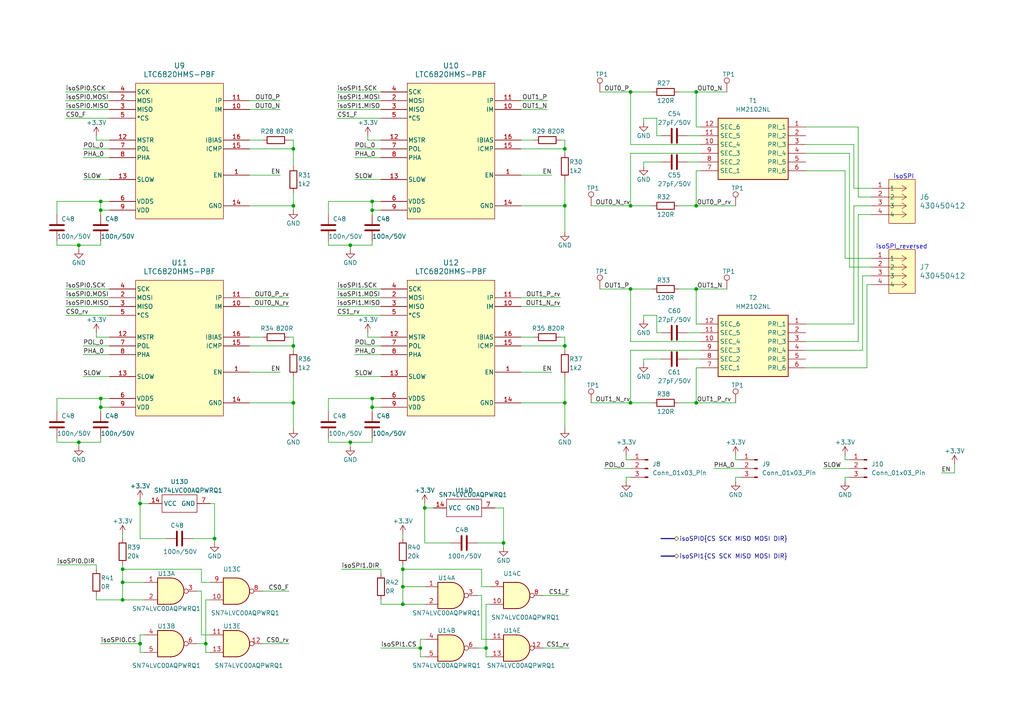
<source format=kicad_sch>
(kicad_sch (version 20230121) (generator eeschema)
  (paper "A4")
  (junction (at 35.56 173.99))
  (junction (at 107.95 118.11))
  (junction (at 107.95 115.57))
  (junction (at 85.09 116.84))
  (junction (at 29.21 115.57))
  (junction (at 163.83 59.69))
  (junction (at 201.93 83.82))
  (junction (at 140.97 187.96))
  (junction (at 107.95 60.96))
  (junction (at 182.88 59.69))
  (junction (at 121.92 187.96))
  (junction (at 101.6 128.27))
  (junction (at 201.93 26.67))
  (junction (at 107.95 58.42))
  (junction (at 85.09 43.18))
  (junction (at 29.21 60.96))
  (junction (at 123.19 147.32))
  (junction (at 29.21 58.42))
  (junction (at 40.64 186.69))
  (junction (at 22.86 128.27))
  (junction (at 101.6 71.12))
  (junction (at 59.69 186.69))
  (junction (at 29.21 118.11))
  (junction (at 35.56 165.1))
  (junction (at 163.83 100.33))
  (junction (at 163.83 116.84))
  (junction (at 201.93 116.84))
  (junction (at 85.09 100.33))
  (junction (at 146.05 157.48))
  (junction (at 116.84 165.1))
  (junction (at 85.09 59.69))
  (junction (at 35.56 168.91))
  (junction (at 116.84 175.26))
  (junction (at 62.23 156.21))
  (junction (at 163.83 43.18))
  (junction (at 182.88 116.84))
  (junction (at 22.86 71.12))
  (junction (at 182.88 83.82))
  (junction (at 40.64 146.05))
  (junction (at 116.84 170.18))
  (junction (at 201.93 59.69))
  (junction (at 182.88 26.67))
  (wire (pts (xy 85.09 97.79) (xy 85.09 100.33)))
  (wire (pts (xy 173.99 83.82) (xy 182.88 83.82)))
  (wire (pts (xy 16.51 115.57) (xy 16.51 119.38)))
  (wire (pts (xy 106.68 96.52) (xy 106.68 97.79)))
  (wire (pts (xy 121.92 187.96) (xy 121.92 190.5)))
  (wire (pts (xy 201.93 36.83) (xy 203.2 36.83)))
  (wire (pts (xy 57.15 186.69) (xy 59.69 186.69)))
  (wire (pts (xy 181.61 133.35) (xy 182.88 133.35)))
  (wire (pts (xy 19.05 91.44) (xy 31.75 91.44)))
  (wire (pts (xy 233.68 106.68) (xy 251.46 106.68)))
  (wire (pts (xy 171.45 116.84) (xy 182.88 116.84)))
  (wire (pts (xy 121.92 190.5) (xy 123.19 190.5)))
  (wire (pts (xy 245.11 74.93) (xy 252.73 74.93)))
  (wire (pts (xy 247.65 41.91) (xy 247.65 54.61)))
  (wire (pts (xy 16.51 69.85) (xy 16.51 71.12)))
  (wire (pts (xy 157.48 172.72) (xy 165.1 172.72)))
  (wire (pts (xy 85.09 100.33) (xy 85.09 101.6)))
  (wire (pts (xy 97.79 34.29) (xy 110.49 34.29)))
  (wire (pts (xy 186.69 46.99) (xy 186.69 48.26)))
  (wire (pts (xy 29.21 58.42) (xy 31.75 58.42)))
  (wire (pts (xy 76.2 186.69) (xy 83.82 186.69)))
  (wire (pts (xy 29.21 115.57) (xy 31.75 115.57)))
  (wire (pts (xy 95.25 128.27) (xy 101.6 128.27)))
  (wire (pts (xy 72.39 50.8) (xy 81.28 50.8)))
  (wire (pts (xy 201.93 106.68) (xy 201.93 116.84)))
  (wire (pts (xy 72.39 116.84) (xy 85.09 116.84)))
  (wire (pts (xy 72.39 31.75) (xy 81.28 31.75)))
  (wire (pts (xy 196.85 26.67) (xy 201.93 26.67)))
  (wire (pts (xy 29.21 69.85) (xy 29.21 71.12)))
  (wire (pts (xy 27.94 40.64) (xy 31.75 40.64)))
  (wire (pts (xy 182.88 116.84) (xy 189.23 116.84)))
  (wire (pts (xy 72.39 59.69) (xy 85.09 59.69)))
  (bus (pts (xy 191.77 161.29) (xy 195.58 161.29)))
  (wire (pts (xy 233.68 44.45) (xy 246.38 44.45)))
  (wire (pts (xy 163.83 109.22) (xy 163.83 116.84)))
  (wire (pts (xy 58.42 168.91) (xy 60.96 168.91)))
  (wire (pts (xy 175.26 135.89) (xy 182.88 135.89)))
  (wire (pts (xy 245.11 49.53) (xy 245.11 74.93)))
  (wire (pts (xy 213.36 139.7) (xy 213.36 138.43)))
  (wire (pts (xy 19.05 83.82) (xy 31.75 83.82)))
  (wire (pts (xy 101.6 71.12) (xy 107.95 71.12)))
  (wire (pts (xy 95.25 115.57) (xy 107.95 115.57)))
  (wire (pts (xy 97.79 88.9) (xy 110.49 88.9)))
  (wire (pts (xy 121.92 185.42) (xy 123.19 185.42)))
  (wire (pts (xy 57.15 171.45) (xy 58.42 171.45)))
  (wire (pts (xy 201.93 83.82) (xy 201.93 93.98)))
  (wire (pts (xy 16.51 58.42) (xy 29.21 58.42)))
  (wire (pts (xy 186.69 34.29) (xy 190.5 34.29)))
  (wire (pts (xy 40.64 189.23) (xy 41.91 189.23)))
  (wire (pts (xy 190.5 91.44) (xy 190.5 96.52)))
  (wire (pts (xy 59.69 189.23) (xy 60.96 189.23)))
  (wire (pts (xy 182.88 26.67) (xy 182.88 41.91)))
  (wire (pts (xy 101.6 128.27) (xy 107.95 128.27)))
  (wire (pts (xy 248.92 62.23) (xy 248.92 99.06)))
  (wire (pts (xy 247.65 59.69) (xy 247.65 93.98)))
  (wire (pts (xy 95.25 127) (xy 95.25 128.27)))
  (wire (pts (xy 107.95 115.57) (xy 110.49 115.57)))
  (wire (pts (xy 213.36 138.43) (xy 214.63 138.43)))
  (wire (pts (xy 121.92 185.42) (xy 121.92 187.96)))
  (wire (pts (xy 116.84 165.1) (xy 116.84 170.18)))
  (wire (pts (xy 199.39 46.99) (xy 203.2 46.99)))
  (wire (pts (xy 238.76 135.89) (xy 246.38 135.89)))
  (wire (pts (xy 245.11 133.35) (xy 246.38 133.35)))
  (wire (pts (xy 182.88 83.82) (xy 189.23 83.82)))
  (wire (pts (xy 29.21 58.42) (xy 29.21 60.96)))
  (wire (pts (xy 163.83 52.07) (xy 163.83 59.69)))
  (wire (pts (xy 22.86 128.27) (xy 29.21 128.27)))
  (wire (pts (xy 116.84 175.26) (xy 123.19 175.26)))
  (wire (pts (xy 72.39 100.33) (xy 85.09 100.33)))
  (wire (pts (xy 248.92 57.15) (xy 252.73 57.15)))
  (wire (pts (xy 186.69 34.29) (xy 186.69 35.56)))
  (wire (pts (xy 72.39 107.95) (xy 81.28 107.95)))
  (wire (pts (xy 110.49 187.96) (xy 121.92 187.96)))
  (wire (pts (xy 72.39 86.36) (xy 83.82 86.36)))
  (wire (pts (xy 29.21 127) (xy 29.21 128.27)))
  (wire (pts (xy 182.88 101.6) (xy 203.2 101.6)))
  (wire (pts (xy 182.88 44.45) (xy 203.2 44.45)))
  (wire (pts (xy 102.87 109.22) (xy 110.49 109.22)))
  (wire (pts (xy 107.95 69.85) (xy 107.95 71.12)))
  (wire (pts (xy 97.79 31.75) (xy 110.49 31.75)))
  (wire (pts (xy 116.84 165.1) (xy 139.7 165.1)))
  (wire (pts (xy 27.94 97.79) (xy 31.75 97.79)))
  (wire (pts (xy 27.94 96.52) (xy 27.94 97.79)))
  (wire (pts (xy 106.68 39.37) (xy 106.68 40.64)))
  (wire (pts (xy 35.56 168.91) (xy 41.91 168.91)))
  (wire (pts (xy 146.05 157.48) (xy 146.05 158.75)))
  (wire (pts (xy 83.82 40.64) (xy 85.09 40.64)))
  (wire (pts (xy 27.94 173.99) (xy 35.56 173.99)))
  (wire (pts (xy 102.87 43.18) (xy 110.49 43.18)))
  (wire (pts (xy 139.7 172.72) (xy 139.7 185.42)))
  (wire (pts (xy 151.13 100.33) (xy 163.83 100.33)))
  (wire (pts (xy 182.88 44.45) (xy 182.88 59.69)))
  (wire (pts (xy 95.25 71.12) (xy 101.6 71.12)))
  (wire (pts (xy 16.51 58.42) (xy 16.51 62.23)))
  (wire (pts (xy 58.42 171.45) (xy 58.42 184.15)))
  (wire (pts (xy 123.19 147.32) (xy 123.19 157.48)))
  (wire (pts (xy 213.36 132.08) (xy 213.36 133.35)))
  (wire (pts (xy 181.61 138.43) (xy 182.88 138.43)))
  (wire (pts (xy 246.38 44.45) (xy 246.38 77.47)))
  (wire (pts (xy 245.11 132.08) (xy 245.11 133.35)))
  (wire (pts (xy 201.93 93.98) (xy 203.2 93.98)))
  (wire (pts (xy 233.68 36.83) (xy 248.92 36.83)))
  (wire (pts (xy 247.65 54.61) (xy 252.73 54.61)))
  (wire (pts (xy 201.93 59.69) (xy 213.36 59.69)))
  (wire (pts (xy 76.2 171.45) (xy 83.82 171.45)))
  (wire (pts (xy 59.69 173.99) (xy 60.96 173.99)))
  (wire (pts (xy 146.05 147.32) (xy 146.05 157.48)))
  (wire (pts (xy 207.01 135.89) (xy 214.63 135.89)))
  (wire (pts (xy 110.49 175.26) (xy 116.84 175.26)))
  (wire (pts (xy 123.19 146.05) (xy 123.19 147.32)))
  (wire (pts (xy 139.7 170.18) (xy 142.24 170.18)))
  (wire (pts (xy 139.7 165.1) (xy 139.7 170.18)))
  (wire (pts (xy 139.7 185.42) (xy 142.24 185.42)))
  (wire (pts (xy 72.39 43.18) (xy 85.09 43.18)))
  (wire (pts (xy 59.69 186.69) (xy 59.69 189.23)))
  (wire (pts (xy 247.65 59.69) (xy 252.73 59.69)))
  (wire (pts (xy 19.05 29.21) (xy 31.75 29.21)))
  (wire (pts (xy 186.69 46.99) (xy 191.77 46.99)))
  (wire (pts (xy 107.95 127) (xy 107.95 128.27)))
  (wire (pts (xy 110.49 173.99) (xy 110.49 175.26)))
  (wire (pts (xy 182.88 101.6) (xy 182.88 116.84)))
  (wire (pts (xy 95.25 58.42) (xy 95.25 62.23)))
  (wire (pts (xy 233.68 41.91) (xy 247.65 41.91)))
  (wire (pts (xy 251.46 82.55) (xy 251.46 106.68)))
  (wire (pts (xy 190.5 39.37) (xy 191.77 39.37)))
  (wire (pts (xy 171.45 59.69) (xy 182.88 59.69)))
  (wire (pts (xy 186.69 91.44) (xy 186.69 92.71)))
  (wire (pts (xy 201.93 26.67) (xy 201.93 36.83)))
  (wire (pts (xy 106.68 40.64) (xy 110.49 40.64)))
  (wire (pts (xy 276.86 134.62) (xy 276.86 137.16)))
  (wire (pts (xy 24.13 45.72) (xy 31.75 45.72)))
  (wire (pts (xy 107.95 60.96) (xy 107.95 62.23)))
  (wire (pts (xy 151.13 31.75) (xy 158.75 31.75)))
  (wire (pts (xy 201.93 49.53) (xy 201.93 59.69)))
  (wire (pts (xy 40.64 146.05) (xy 40.64 156.21)))
  (wire (pts (xy 116.84 163.83) (xy 116.84 165.1)))
  (wire (pts (xy 102.87 102.87) (xy 110.49 102.87)))
  (bus (pts (xy 191.77 156.21) (xy 195.58 156.21)))
  (wire (pts (xy 35.56 154.94) (xy 35.56 156.21)))
  (wire (pts (xy 29.21 118.11) (xy 29.21 119.38)))
  (wire (pts (xy 60.96 146.05) (xy 62.23 146.05)))
  (wire (pts (xy 58.42 165.1) (xy 58.42 168.91)))
  (wire (pts (xy 186.69 104.14) (xy 191.77 104.14)))
  (wire (pts (xy 107.95 118.11) (xy 110.49 118.11)))
  (wire (pts (xy 29.21 186.69) (xy 40.64 186.69)))
  (wire (pts (xy 201.93 26.67) (xy 210.82 26.67)))
  (wire (pts (xy 85.09 55.88) (xy 85.09 59.69)))
  (wire (pts (xy 40.64 144.78) (xy 40.64 146.05)))
  (wire (pts (xy 102.87 52.07) (xy 110.49 52.07)))
  (wire (pts (xy 72.39 40.64) (xy 76.2 40.64)))
  (wire (pts (xy 151.13 29.21) (xy 158.75 29.21)))
  (wire (pts (xy 162.56 97.79) (xy 163.83 97.79)))
  (wire (pts (xy 163.83 100.33) (xy 163.83 101.6)))
  (wire (pts (xy 99.06 165.1) (xy 110.49 165.1)))
  (wire (pts (xy 190.5 96.52) (xy 191.77 96.52)))
  (wire (pts (xy 140.97 175.26) (xy 140.97 187.96)))
  (wire (pts (xy 173.99 26.67) (xy 182.88 26.67)))
  (wire (pts (xy 186.69 91.44) (xy 190.5 91.44)))
  (wire (pts (xy 107.95 60.96) (xy 110.49 60.96)))
  (wire (pts (xy 101.6 128.27) (xy 101.6 129.54)))
  (wire (pts (xy 95.25 58.42) (xy 107.95 58.42)))
  (wire (pts (xy 123.19 157.48) (xy 130.81 157.48)))
  (wire (pts (xy 24.13 52.07) (xy 31.75 52.07)))
  (wire (pts (xy 163.83 40.64) (xy 163.83 43.18)))
  (wire (pts (xy 248.92 62.23) (xy 252.73 62.23)))
  (wire (pts (xy 22.86 71.12) (xy 22.86 72.39)))
  (wire (pts (xy 40.64 156.21) (xy 48.26 156.21)))
  (wire (pts (xy 19.05 31.75) (xy 31.75 31.75)))
  (wire (pts (xy 97.79 26.67) (xy 110.49 26.67)))
  (wire (pts (xy 233.68 99.06) (xy 248.92 99.06)))
  (wire (pts (xy 24.13 109.22) (xy 31.75 109.22)))
  (wire (pts (xy 85.09 40.64) (xy 85.09 43.18)))
  (wire (pts (xy 102.87 100.33) (xy 110.49 100.33)))
  (wire (pts (xy 40.64 186.69) (xy 40.64 189.23)))
  (wire (pts (xy 201.93 83.82) (xy 210.82 83.82)))
  (wire (pts (xy 248.92 36.83) (xy 248.92 57.15)))
  (wire (pts (xy 163.83 59.69) (xy 163.83 67.31)))
  (wire (pts (xy 19.05 88.9) (xy 31.75 88.9)))
  (wire (pts (xy 116.84 170.18) (xy 116.84 175.26)))
  (wire (pts (xy 16.51 115.57) (xy 29.21 115.57)))
  (wire (pts (xy 16.51 127) (xy 16.51 128.27)))
  (wire (pts (xy 116.84 154.94) (xy 116.84 156.21)))
  (wire (pts (xy 85.09 59.69) (xy 85.09 60.96)))
  (wire (pts (xy 123.19 147.32) (xy 125.73 147.32)))
  (wire (pts (xy 162.56 40.64) (xy 163.83 40.64)))
  (wire (pts (xy 199.39 39.37) (xy 203.2 39.37)))
  (wire (pts (xy 246.38 77.47) (xy 252.73 77.47)))
  (wire (pts (xy 251.46 82.55) (xy 252.73 82.55)))
  (wire (pts (xy 29.21 60.96) (xy 29.21 62.23)))
  (wire (pts (xy 151.13 40.64) (xy 154.94 40.64)))
  (wire (pts (xy 199.39 96.52) (xy 203.2 96.52)))
  (wire (pts (xy 151.13 107.95) (xy 160.02 107.95)))
  (wire (pts (xy 27.94 173.99) (xy 27.94 172.72)))
  (wire (pts (xy 196.85 116.84) (xy 201.93 116.84)))
  (wire (pts (xy 35.56 168.91) (xy 35.56 173.99)))
  (wire (pts (xy 106.68 97.79) (xy 110.49 97.79)))
  (wire (pts (xy 62.23 156.21) (xy 62.23 157.48)))
  (wire (pts (xy 163.83 97.79) (xy 163.83 100.33)))
  (wire (pts (xy 40.64 184.15) (xy 40.64 186.69)))
  (wire (pts (xy 245.11 139.7) (xy 245.11 138.43)))
  (wire (pts (xy 201.93 49.53) (xy 203.2 49.53)))
  (wire (pts (xy 22.86 71.12) (xy 29.21 71.12)))
  (wire (pts (xy 16.51 128.27) (xy 22.86 128.27)))
  (wire (pts (xy 72.39 97.79) (xy 76.2 97.79)))
  (wire (pts (xy 24.13 102.87) (xy 31.75 102.87)))
  (wire (pts (xy 201.93 106.68) (xy 203.2 106.68)))
  (wire (pts (xy 233.68 93.98) (xy 247.65 93.98)))
  (wire (pts (xy 182.88 41.91) (xy 203.2 41.91)))
  (wire (pts (xy 97.79 91.44) (xy 110.49 91.44)))
  (wire (pts (xy 24.13 43.18) (xy 31.75 43.18)))
  (wire (pts (xy 181.61 132.08) (xy 181.61 133.35)))
  (wire (pts (xy 250.19 80.01) (xy 250.19 101.6)))
  (wire (pts (xy 29.21 60.96) (xy 31.75 60.96)))
  (wire (pts (xy 62.23 146.05) (xy 62.23 156.21)))
  (wire (pts (xy 19.05 34.29) (xy 31.75 34.29)))
  (wire (pts (xy 250.19 80.01) (xy 252.73 80.01)))
  (wire (pts (xy 35.56 173.99) (xy 41.91 173.99)))
  (wire (pts (xy 151.13 43.18) (xy 163.83 43.18)))
  (wire (pts (xy 201.93 116.84) (xy 213.36 116.84)))
  (wire (pts (xy 138.43 172.72) (xy 139.7 172.72)))
  (wire (pts (xy 190.5 34.29) (xy 190.5 39.37)))
  (wire (pts (xy 151.13 97.79) (xy 154.94 97.79)))
  (wire (pts (xy 35.56 165.1) (xy 35.56 168.91)))
  (wire (pts (xy 186.69 104.14) (xy 186.69 105.41)))
  (wire (pts (xy 85.09 116.84) (xy 85.09 124.46)))
  (wire (pts (xy 97.79 83.82) (xy 110.49 83.82)))
  (wire (pts (xy 16.51 71.12) (xy 22.86 71.12)))
  (wire (pts (xy 151.13 86.36) (xy 162.56 86.36)))
  (wire (pts (xy 107.95 115.57) (xy 107.95 118.11)))
  (wire (pts (xy 85.09 109.22) (xy 85.09 116.84)))
  (wire (pts (xy 233.68 101.6) (xy 250.19 101.6)))
  (wire (pts (xy 72.39 29.21) (xy 81.28 29.21)))
  (wire (pts (xy 273.05 137.16) (xy 276.86 137.16)))
  (wire (pts (xy 140.97 190.5) (xy 142.24 190.5)))
  (wire (pts (xy 59.69 173.99) (xy 59.69 186.69)))
  (wire (pts (xy 16.51 163.83) (xy 27.94 163.83)))
  (wire (pts (xy 151.13 50.8) (xy 160.02 50.8)))
  (wire (pts (xy 107.95 118.11) (xy 107.95 119.38)))
  (wire (pts (xy 151.13 59.69) (xy 163.83 59.69)))
  (wire (pts (xy 138.43 187.96) (xy 140.97 187.96)))
  (wire (pts (xy 29.21 115.57) (xy 29.21 118.11)))
  (wire (pts (xy 151.13 88.9) (xy 162.56 88.9)))
  (wire (pts (xy 116.84 170.18) (xy 123.19 170.18)))
  (wire (pts (xy 163.83 116.84) (xy 163.83 124.46)))
  (wire (pts (xy 151.13 116.84) (xy 163.83 116.84)))
  (wire (pts (xy 19.05 26.67) (xy 31.75 26.67)))
  (wire (pts (xy 140.97 175.26) (xy 142.24 175.26)))
  (wire (pts (xy 97.79 29.21) (xy 110.49 29.21)))
  (wire (pts (xy 182.88 59.69) (xy 189.23 59.69)))
  (wire (pts (xy 163.83 43.18) (xy 163.83 44.45)))
  (wire (pts (xy 85.09 43.18) (xy 85.09 48.26)))
  (wire (pts (xy 40.64 184.15) (xy 41.91 184.15)))
  (wire (pts (xy 24.13 100.33) (xy 31.75 100.33)))
  (wire (pts (xy 102.87 45.72) (xy 110.49 45.72)))
  (wire (pts (xy 27.94 163.83) (xy 27.94 165.1)))
  (wire (pts (xy 143.51 147.32) (xy 146.05 147.32)))
  (wire (pts (xy 95.25 115.57) (xy 95.25 119.38)))
  (wire (pts (xy 107.95 58.42) (xy 107.95 60.96)))
  (wire (pts (xy 213.36 133.35) (xy 214.63 133.35)))
  (wire (pts (xy 58.42 184.15) (xy 60.96 184.15)))
  (wire (pts (xy 35.56 163.83) (xy 35.56 165.1)))
  (wire (pts (xy 182.88 83.82) (xy 182.88 99.06)))
  (wire (pts (xy 55.88 156.21) (xy 62.23 156.21)))
  (wire (pts (xy 233.68 49.53) (xy 245.11 49.53)))
  (wire (pts (xy 196.85 83.82) (xy 201.93 83.82)))
  (wire (pts (xy 245.11 138.43) (xy 246.38 138.43)))
  (wire (pts (xy 110.49 165.1) (xy 110.49 166.37)))
  (wire (pts (xy 182.88 26.67) (xy 189.23 26.67)))
  (wire (pts (xy 19.05 86.36) (xy 31.75 86.36)))
  (wire (pts (xy 199.39 104.14) (xy 203.2 104.14)))
  (wire (pts (xy 35.56 165.1) (xy 58.42 165.1)))
  (wire (pts (xy 22.86 128.27) (xy 22.86 129.54)))
  (wire (pts (xy 27.94 39.37) (xy 27.94 40.64)))
  (wire (pts (xy 138.43 157.48) (xy 146.05 157.48)))
  (wire (pts (xy 40.64 146.05) (xy 43.18 146.05)))
  (wire (pts (xy 101.6 71.12) (xy 101.6 72.39)))
  (wire (pts (xy 72.39 88.9) (xy 83.82 88.9)))
  (wire (pts (xy 140.97 187.96) (xy 140.97 190.5)))
  (wire (pts (xy 95.25 69.85) (xy 95.25 71.12)))
  (wire (pts (xy 181.61 139.7) (xy 181.61 138.43)))
  (wire (pts (xy 182.88 99.06) (xy 203.2 99.06)))
  (wire (pts (xy 157.48 187.96) (xy 165.1 187.96)))
  (wire (pts (xy 196.85 59.69) (xy 201.93 59.69)))
  (wire (pts (xy 107.95 58.42) (xy 110.49 58.42)))
  (wire (pts (xy 29.21 118.11) (xy 31.75 118.11)))
  (wire (pts (xy 83.82 97.79) (xy 85.09 97.79)))
  (wire (pts (xy 97.79 86.36) (xy 110.49 86.36)))
  (text "isoSPI" (at 259.08 52.07 0) (effects (font (size 1.27 1.27)) (justify left bottom)))
  (text "isoSPI_reversed" (at 254 72.39 0) (effects (font (size 1.27 1.27)) (justify left bottom)))
  (label "OUT1_P_rv" (at 212.09 116.84 180))
  (label "OUT1_P_rv" (at 162.56 86.36 180))
  (label "CS1_F" (at 97.79 34.29 0))
  (label "isoSPI1.MISO" (at 97.79 31.75 0))
  (label "POL_0" (at 24.13 100.33 0))
  (label "OUT0_N" (at 209.55 26.67 180))
  (label "isoSPI0.SCK" (at 19.05 26.67 0))
  (label "isoSPI0.SCK" (at 19.05 83.82 0))
  (label "OUT0_P_rv" (at 212.09 59.69 180))
  (label "CS1_rv" (at 97.79 91.44 0))
  (label "SLOW" (at 24.13 52.07 0))
  (label "OUT0_P_rv" (at 83.82 86.36 180))
  (label "isoSPI1.DIR" (at 99.06 165.1 0))
  (label "PHA_0" (at 207.01 135.89 0))
  (label "CS0_rv" (at 19.05 91.44 0))
  (label "isoSPI0.MISO" (at 19.05 88.9 0))
  (label "OUT1_P" (at 158.75 29.21 180))
  (label "CS0_F" (at 19.05 34.29 0))
  (label "OUT1_N" (at 209.55 83.82 180))
  (label "EN" (at 160.02 50.8 180))
  (label "isoSPI0.DIR" (at 16.51 163.83 0))
  (label "PHA_0" (at 102.87 45.72 0))
  (label "isoSPI0.MISO" (at 19.05 31.75 0))
  (label "OUT1_P" (at 175.26 83.82 0))
  (label "OUT0_P" (at 175.26 26.67 0))
  (label "CS0_rv" (at 83.82 186.69 180))
  (label "OUT1_N" (at 158.75 31.75 180))
  (label "POL_0" (at 24.13 43.18 0))
  (label "POL_0" (at 102.87 43.18 0))
  (label "isoSPI1.MOSI" (at 97.79 86.36 0))
  (label "isoSPI1.MOSI" (at 97.79 29.21 0))
  (label "isoSPI0.MOSI" (at 19.05 86.36 0))
  (label "CS1_rv" (at 165.1 187.96 180))
  (label "CS1_F" (at 165.1 172.72 180))
  (label "SLOW" (at 24.13 109.22 0))
  (label "EN" (at 81.28 107.95 180))
  (label "CS0_F" (at 83.82 171.45 180))
  (label "isoSPI1.MISO" (at 97.79 88.9 0))
  (label "isoSPI0.CS" (at 29.21 186.69 0))
  (label "SLOW" (at 102.87 52.07 0))
  (label "SLOW" (at 102.87 109.22 0))
  (label "isoSPI0.MOSI" (at 19.05 29.21 0))
  (label "PHA_0" (at 102.87 102.87 0))
  (label "EN" (at 160.02 107.95 180))
  (label "isoSPI1.SCK" (at 97.79 26.67 0))
  (label "EN" (at 273.05 137.16 0))
  (label "isoSPI1.CS" (at 110.49 187.96 0))
  (label "OUT1_N_rv" (at 172.72 116.84 0))
  (label "PHA_0" (at 24.13 102.87 0))
  (label "PHA_0" (at 24.13 45.72 0))
  (label "POL_0" (at 175.26 135.89 0))
  (label "OUT0_N_rv" (at 83.82 88.9 180))
  (label "EN" (at 81.28 50.8 180))
  (label "OUT0_P" (at 81.28 29.21 180))
  (label "OUT0_N" (at 81.28 31.75 180))
  (label "OUT1_N_rv" (at 162.56 88.9 180))
  (label "OUT0_N_rv" (at 172.72 59.69 0))
  (label "POL_0" (at 102.87 100.33 0))
  (label "isoSPI1.SCK" (at 97.79 83.82 0))
  (label "SLOW" (at 238.76 135.89 0))
  (hierarchical_label "isoSPI1{CS SCK MISO MOSI DIR}" (shape bidirectional) (at 195.58 161.29 0))
  (hierarchical_label "isoSPI0{CS SCK MISO MOSI DIR}" (shape bidirectional) (at 195.58 156.21 0))
  (symbol (lib_id "bmsPower_Symbols:+3V3_0") (at 276.86 134.62 0) (unit 1) (in_bom no) (on_board no)
    (property "Reference" "#PWR097" (effects hide))
    (property "Value" "+3V3_0" (at 276.86 130.81 0))
  )
  (symbol (lib_id "bmsPower_Symbols:GND_0") (at 22.86 129.54 0) (unit 1) (in_bom no) (on_board no)
    (property "Reference" "#PWR092" (effects hide))
    (property "Value" "GND_0" (at 22.86 133.35 0))
  )
  (symbol (lib_id "Device:R") (at 163.83 48.26 180) (unit 1)
    (property "Reference" "R30" (at 165.1 46.99 0) (effects (justify right)))
    (property "Value" "1k2" (at 165.1 49.53 0) (effects (justify right)))
    (property "Footprint" "Resistor_SMD:R_0603_1608Metric" (effects hide))
  )
  (symbol (lib_id "Device:C") (at 195.58 46.99 90) (mirror x) (unit 1)
    (property "Reference" "C55" (at 195.58 50.8 90))
    (property "Value" "27pF/50V" (at 195.58 53.34 90))
    (property "Footprint" "Capacitor_SMD:C_0603_1608Metric" (effects hide))
  )
  (symbol (lib_id "Device:C") (at 16.51 66.04 0) (unit 1)
    (property "Reference" "C48" (at 17.78 63.5 0) (effects (justify left)))
    (property "Value" "100n/50V" (at 16.51 68.58 0) (effects (justify left)))
    (property "Footprint" "Capacitor_SMD:C_0603_1608Metric" (effects hide))
    (instances (project "BMS-Master" (path "" (reference "C48") (unit 1)) (path "" (reference "C56") (unit 1))))
  )
  (symbol (lib_id "Device:C") (at 29.21 66.04 0) (unit 1)
    (property "Reference" "C48" (at 30.48 63.5 0) (effects (justify left)))
    (property "Value" "100n/50V" (at 29.21 68.58 0) (effects (justify left)))
    (property "Footprint" "Capacitor_SMD:C_0603_1608Metric" (effects hide))
    (instances (project "BMS-Master" (path "" (reference "C48") (unit 1)) (path "" (reference "C57") (unit 1))))
  )
  (symbol (lib_name "SN74LVC00AQPWRQ1_9") (lib_id "FS_Semiconductor:SN74LVC00AQPWRQ1") (at 148.59 172.72 0) (unit 3)
    (property "Reference" "U14" (at 148.59 166.37 0))
    (property "Value" "SN74LVC00AQPWRQ1" (at 152.4 179.07 0))
    (property "Footprint" "Package_SO:TSSOP-14_4.4x5mm_P0.65mm" (effects hide))
  )
  (symbol (lib_id "bmsPower_Symbols:+3V3_0") (at 106.68 39.37 0) (unit 1) (in_bom no) (on_board no)
    (property "Reference" "#PWR080" (effects hide))
    (property "Value" "+3V3_0" (at 106.68 35.56 0))
  )
  (symbol (lib_id "Device:R") (at 110.49 170.18 0) (unit 1)
    (property "Reference" "R42" (at 111.76 168.91 0) (effects (justify left)))
    (property "Value" "0R" (at 111.76 171.45 0) (effects (justify left)))
    (property "Footprint" "Resistor_SMD:R_0603_1608Metric" (effects hide))
  )
  (symbol (lib_id "bmsPower_Symbols:GND_0") (at 85.09 124.46 0) (unit 1) (in_bom no) (on_board no)
    (property "Reference" "#PWR090" (effects hide))
    (property "Value" "GND_0" (at 85.09 128.27 0))
  )
  (symbol (lib_id "Device:R") (at 193.04 26.67 270) (unit 1)
    (property "Reference" "R27" (at 190.5 24.13 90) (effects (justify left)))
    (property "Value" "120R" (at 190.5 29.21 90) (effects (justify left)))
    (property "Footprint" "Resistor_SMD:R_0603_1608Metric" (effects hide))
  )
  (symbol (lib_id "bmsPower_Symbols:GND_0") (at 181.61 139.7 0) (unit 1) (in_bom no) (on_board no)
    (property "Reference" "#PWR098" (effects hide))
    (property "Value" "GND_0" (at 181.61 143.51 0))
  )
  (symbol (lib_id "43045-0412:430450412") (at 252.73 54.61 0) (unit 1)
    (property "Reference" "J6" (at 266.7 57.15 0) (effects (font (size 1.524 1.524)) (justify left)))
    (property "Value" "430450412" (at 266.7 59.69 0) (effects (font (size 1.524 1.524)) (justify left)))
    (property "Footprint" "43045-0412:CON_430450412_MOL" (effects hide))
    (property "Datasheet" "430450412" (effects hide))
  )
  (symbol (lib_id "HM2102NL:HM2102NL") (at 233.68 36.83 0) (mirror y) (unit 1)
    (property "Reference" "T1" (at 218.44 29.21 0))
    (property "Value" "HM2102NL" (at 218.44 31.75 0))
    (property "Footprint" "HM2102NL:SOP200P1473X500-12N" (effects hide))
    (property "Datasheet" "https://productfinder.pulseeng.com/doc_type/WEB301/doc_num/HM2102NL/doc_part/HM2102NL.pdf" (effects hide))
    (property "Height" "5" (effects hide))
    (property "Manufacturer_Name" "Pulse Electronics" (effects hide))
    (property "Manufacturer_Part_Number" "HM2102NL" (effects hide))
    (property "Mouser Part Number" "673-HM2102NL" (effects hide))
    (property "Mouser Price/Stock" "https://www.mouser.co.uk/ProductDetail/Pulse-Electronics/HM2102NL?qs=1mbolxNpo8c93YBFuby5tg%3D%3D" (effects hide))
    (property "Arrow Part Number" "HM2102NL" (effects hide))
    (property "Arrow Price/Stock" "https://www.arrow.com/en/products/hm2102nl/pulse-electronics-corporation" (effects hide))
  )
  (symbol (lib_id "Device:R") (at 85.09 52.07 180) (unit 1)
    (property "Reference" "R31" (at 86.36 50.8 0) (effects (justify right)))
    (property "Value" "1k2" (at 86.36 53.34 0) (effects (justify right)))
    (property "Footprint" "Resistor_SMD:R_0603_1608Metric" (effects hide))
  )
  (symbol (lib_id "bmsPower_Symbols:GND_0") (at 186.69 48.26 0) (unit 1) (in_bom no) (on_board no)
    (property "Reference" "#PWR081" (effects hide))
    (property "Value" "GND_0" (at 186.69 52.07 0))
  )
  (symbol (lib_id "Device:C") (at 16.51 123.19 0) (unit 1)
    (property "Reference" "C48" (at 17.78 120.65 0) (effects (justify left)))
    (property "Value" "100n/50V" (at 16.51 125.73 0) (effects (justify left)))
    (property "Footprint" "Capacitor_SMD:C_0603_1608Metric" (effects hide))
    (instances (project "BMS-Master" (path "" (reference "C48") (unit 1)) (path "" (reference "C62") (unit 1))))
  )
  (symbol (lib_id "Connector:TestPoint") (at 173.99 26.67 0) (unit 1)
    (property "Reference" "TP1" (at 172.72 21.59 0) (effects (justify left)))
    (property "Value" "TestPoint" (effects hide))
    (property "Footprint" "TestPoint:TestPoint_Keystone_5000-5004_Miniature" (effects hide))
    (instances (project "BMS-Master" (path "" (reference "TP1") (unit 1)) (path "" (reference "TP6") (unit 1))))
  )
  (symbol (lib_id "Device:R") (at 158.75 97.79 90) (unit 1)
    (property "Reference" "R35" (at 156.21 95.25 90))
    (property "Value" "820R" (at 161.29 95.25 90))
    (property "Footprint" "Resistor_SMD:R_0603_1608Metric" (effects hide))
  )
  (symbol (lib_id "Connector:Conn_01x03_Pin") (at 187.96 135.89 0) (mirror y) (unit 1)
    (property "Reference" "J8" (at 189.23 134.62 0) (effects (justify right)))
    (property "Value" "Conn_01x03_Pin" (at 189.23 137.16 0) (effects (justify right)))
    (property "Footprint" "Connector_PinHeader_2.00mm:PinHeader_1x03_P2.00mm_Vertical" (effects hide))
  )
  (symbol (lib_id "Connector:Conn_01x03_Pin") (at 251.46 135.89 0) (mirror y) (unit 1)
    (property "Reference" "J10" (at 252.73 134.62 0) (effects (justify right)))
    (property "Value" "Conn_01x03_Pin" (at 252.73 137.16 0) (effects (justify right)))
    (property "Footprint" "Connector_PinHeader_2.00mm:PinHeader_1x03_P2.00mm_Vertical" (effects hide))
  )
  (symbol (lib_id "Connector:TestPoint") (at 213.36 116.84 0) (unit 1)
    (property "Reference" "TP1" (at 212.09 111.76 0) (effects (justify left)))
    (property "Value" "TestPoint" (effects hide))
    (property "Footprint" "TestPoint:TestPoint_Keystone_5000-5004_Miniature" (effects hide))
    (instances (project "BMS-Master" (path "" (reference "TP1") (unit 1)) (path "" (reference "TP13") (unit 1))))
  )
  (symbol (lib_name "SN74LVC00AQPWRQ1_3") (lib_id "FS_Semiconductor:SN74LVC00AQPWRQ1") (at 48.26 186.69 0) (unit 2)
    (property "Reference" "U13" (at 48.26 181.61 0))
    (property "Value" "SN74LVC00AQPWRQ1" (at 48.26 193.04 0))
    (property "Footprint" "Package_SO:TSSOP-14_4.4x5mm_P0.65mm" (effects hide))
  )
  (symbol (lib_id "Connector:TestPoint") (at 171.45 116.84 0) (unit 1)
    (property "Reference" "TP1" (at 170.18 111.76 0) (effects (justify left)))
    (property "Value" "TestPoint" (effects hide))
    (property "Footprint" "TestPoint:TestPoint_Keystone_5000-5004_Miniature" (effects hide))
    (instances (project "BMS-Master" (path "" (reference "TP1") (unit 1)) (path "" (reference "TP12") (unit 1))))
  )
  (symbol (lib_id "Device:R") (at 193.04 116.84 270) (unit 1)
    (property "Reference" "R38" (at 190.5 114.3 90) (effects (justify left)))
    (property "Value" "120R" (at 190.5 119.38 90) (effects (justify left)))
    (property "Footprint" "Resistor_SMD:R_0603_1608Metric" (effects hide))
  )
  (symbol (lib_id "bmsPower_Symbols:+3V3_0") (at 123.19 146.05 0) (unit 1) (in_bom no) (on_board no)
    (property "Reference" "#PWR0102" (effects hide))
    (property "Value" "+3V3_0" (at 123.19 142.24 0))
  )
  (symbol (lib_id "Device:C") (at 195.58 96.52 90) (unit 1)
    (property "Reference" "C60" (at 195.58 90.17 90))
    (property "Value" "27pF/50V" (at 195.58 92.71 90))
    (property "Footprint" "Capacitor_SMD:C_0603_1608Metric" (effects hide))
  )
  (symbol (lib_id "Device:C") (at 107.95 123.19 0) (unit 1)
    (property "Reference" "C48" (at 109.22 120.65 0) (effects (justify left)))
    (property "Value" "100n/50V" (at 107.95 125.73 0) (effects (justify left)))
    (property "Footprint" "Capacitor_SMD:C_0603_1608Metric" (effects hide))
    (instances (project "BMS-Master" (path "" (reference "C48") (unit 1)) (path "" (reference "C65") (unit 1))))
  )
  (symbol (lib_name "SN74LVC00AQPWRQ1_4") (lib_id "FS_Semiconductor:SN74LVC00AQPWRQ1") (at 52.07 146.05 90) (unit 4)
    (property "Reference" "U13" (at 52.07 139.7 90))
    (property "Value" "SN74LVC00AQPWRQ1" (at 54.61 142.24 90))
    (property "Footprint" "Package_SO:TSSOP-14_4.4x5mm_P0.65mm" (effects hide))
  )
  (symbol (lib_id "bmsPower_Symbols:GND_0") (at 245.11 139.7 0) (unit 1) (in_bom no) (on_board no)
    (property "Reference" "#PWR0100" (effects hide))
    (property "Value" "GND_0" (at 245.11 143.51 0))
  )
  (symbol (lib_id "Device:C") (at 134.62 157.48 90) (unit 1)
    (property "Reference" "C48" (at 135.89 153.67 90) (effects (justify left)))
    (property "Value" "100n/50V" (at 139.7 161.29 90) (effects (justify left)))
    (property "Footprint" "Capacitor_SMD:C_0603_1608Metric" (effects hide))
    (instances (project "BMS-Master" (path "" (reference "C48") (unit 1)) (path "" (reference "C67") (unit 1))))
  )
  (symbol (lib_id "bmsPower_Symbols:GND_0") (at 146.05 158.75 0) (unit 1) (in_bom no) (on_board no)
    (property "Reference" "#PWR0106" (effects hide))
    (property "Value" "GND_0" (at 146.05 162.56 0))
  )
  (symbol (lib_id "Device:R") (at 35.56 160.02 0) (unit 1)
    (property "Reference" "R39" (at 36.83 158.75 0) (effects (justify left)))
    (property "Value" "20k" (at 36.83 161.29 0) (effects (justify left)))
    (property "Footprint" "Resistor_SMD:R_0603_1608Metric" (effects hide))
  )
  (symbol (lib_id "Device:R") (at 80.01 40.64 90) (unit 1)
    (property "Reference" "R28" (at 77.47 38.1 90))
    (property "Value" "820R" (at 82.55 38.1 90))
    (property "Footprint" "Resistor_SMD:R_0603_1608Metric" (effects hide))
  )
  (symbol (lib_id "bmsPower_Symbols:GND_0") (at 22.86 72.39 0) (unit 1) (in_bom no) (on_board no)
    (property "Reference" "#PWR084" (effects hide))
    (property "Value" "GND_0" (at 22.86 76.2 0))
  )
  (symbol (lib_name "SN74LVC00AQPWRQ1_1") (lib_id "FS_Semiconductor:SN74LVC00AQPWRQ1") (at 48.26 171.45 0) (unit 1)
    (property "Reference" "U13" (at 48.26 166.37 0))
    (property "Value" "SN74LVC00AQPWRQ1" (at 48.26 176.53 0))
    (property "Footprint" "Package_SO:TSSOP-14_4.4x5mm_P0.65mm" (effects hide))
  )
  (symbol (lib_id "Connector:TestPoint") (at 173.99 83.82 0) (unit 1)
    (property "Reference" "TP1" (at 172.72 78.74 0) (effects (justify left)))
    (property "Value" "TestPoint" (effects hide))
    (property "Footprint" "TestPoint:TestPoint_Keystone_5000-5004_Miniature" (effects hide))
    (instances (project "BMS-Master" (path "" (reference "TP1") (unit 1)) (path "" (reference "TP10") (unit 1))))
  )
  (symbol (lib_id "bmsPower_Symbols:+3V3_0") (at 27.94 39.37 0) (unit 1) (in_bom no) (on_board no)
    (property "Reference" "#PWR079" (effects hide))
    (property "Value" "+3V3_0" (at 27.94 35.56 0))
  )
  (symbol (lib_id "Device:R") (at 116.84 160.02 0) (unit 1)
    (property "Reference" "R40" (at 118.11 158.75 0) (effects (justify left)))
    (property "Value" "20k" (at 118.11 161.29 0) (effects (justify left)))
    (property "Footprint" "Resistor_SMD:R_0603_1608Metric" (effects hide))
  )
  (symbol (lib_id "bmsPower_Symbols:+3V3_0") (at 27.94 96.52 0) (unit 1) (in_bom no) (on_board no)
    (property "Reference" "#PWR087" (effects hide))
    (property "Value" "+3V3_0" (at 27.94 92.71 0))
  )
  (symbol (lib_id "bmsPower_Symbols:GND_0") (at 62.23 157.48 0) (unit 1) (in_bom no) (on_board no)
    (property "Reference" "#PWR0105" (effects hide))
    (property "Value" "GND_0" (at 62.23 161.29 0))
  )
  (symbol (lib_id "Device:R") (at 85.09 105.41 180) (unit 1)
    (property "Reference" "R36" (at 86.36 104.14 0) (effects (justify right)))
    (property "Value" "1k2" (at 86.36 106.68 0) (effects (justify right)))
    (property "Footprint" "Resistor_SMD:R_0603_1608Metric" (effects hide))
  )
  (symbol (lib_id "bmsPower_Symbols:GND_0") (at 101.6 129.54 0) (unit 1) (in_bom no) (on_board no)
    (property "Reference" "#PWR093" (effects hide))
    (property "Value" "GND_0" (at 101.6 133.35 0))
  )
  (symbol (lib_id "bmsPower_Symbols:GND_0") (at 101.6 72.39 0) (unit 1) (in_bom no) (on_board no)
    (property "Reference" "#PWR085" (effects hide))
    (property "Value" "GND_0" (at 101.6 76.2 0))
  )
  (symbol (lib_id "bmsPower_Symbols:+3V3_0") (at 245.11 132.08 0) (unit 1) (in_bom no) (on_board no)
    (property "Reference" "#PWR096" (effects hide))
    (property "Value" "+3V3_0" (at 245.11 128.27 0))
  )
  (symbol (lib_id "bmsPower_Symbols:+3V3_0") (at 213.36 132.08 0) (unit 1) (in_bom no) (on_board no)
    (property "Reference" "#PWR095" (effects hide))
    (property "Value" "+3V3_0" (at 213.36 128.27 0))
  )
  (symbol (lib_id "Device:R") (at 163.83 105.41 180) (unit 1)
    (property "Reference" "R37" (at 165.1 104.14 0) (effects (justify right)))
    (property "Value" "1k2" (at 165.1 106.68 0) (effects (justify right)))
    (property "Footprint" "Resistor_SMD:R_0603_1608Metric" (effects hide))
  )
  (symbol (lib_id "bmsPower_Symbols:+3V3_0") (at 40.64 144.78 0) (unit 1) (in_bom no) (on_board no)
    (property "Reference" "#PWR0101" (effects hide))
    (property "Value" "+3V3_0" (at 40.64 140.97 0))
  )
  (symbol (lib_id "Connector:TestPoint") (at 171.45 59.69 0) (unit 1)
    (property "Reference" "TP1" (at 170.18 54.61 0) (effects (justify left)))
    (property "Value" "TestPoint" (effects hide))
    (property "Footprint" "TestPoint:TestPoint_Keystone_5000-5004_Miniature" (effects hide))
    (instances (project "BMS-Master" (path "" (reference "TP1") (unit 1)) (path "" (reference "TP8") (unit 1))))
  )
  (symbol (lib_id "Device:R") (at 80.01 97.79 90) (unit 1)
    (property "Reference" "R34" (at 77.47 95.25 90))
    (property "Value" "820R" (at 82.55 95.25 90))
    (property "Footprint" "Resistor_SMD:R_0603_1608Metric" (effects hide))
  )
  (symbol (lib_id "Device:C") (at 107.95 66.04 0) (unit 1)
    (property "Reference" "C48" (at 109.22 63.5 0) (effects (justify left)))
    (property "Value" "100n/50V" (at 107.95 68.58 0) (effects (justify left)))
    (property "Footprint" "Capacitor_SMD:C_0603_1608Metric" (effects hide))
    (instances (project "BMS-Master" (path "" (reference "C48") (unit 1)) (path "" (reference "C59") (unit 1))))
  )
  (symbol (lib_name "SN74LVC00AQPWRQ1_8") (lib_id "FS_Semiconductor:SN74LVC00AQPWRQ1") (at 129.54 187.96 0) (unit 2)
    (property "Reference" "U14" (at 129.54 182.88 0))
    (property "Value" "SN74LVC00AQPWRQ1" (at 129.54 193.04 0))
    (property "Footprint" "Package_SO:TSSOP-14_4.4x5mm_P0.65mm" (effects hide))
  )
  (symbol (lib_id "bmsPower_Symbols:+3V3_0") (at 35.56 154.94 0) (unit 1) (in_bom no) (on_board no)
    (property "Reference" "#PWR0103" (effects hide))
    (property "Value" "+3V3_0" (at 35.56 151.13 0))
  )
  (symbol (lib_id "bmsPower_Symbols:GND_0") (at 186.69 35.56 0) (unit 1) (in_bom no) (on_board no)
    (property "Reference" "#PWR078" (effects hide))
    (property "Value" "GND_0" (at 186.69 39.37 0))
  )
  (symbol (lib_id "Device:R") (at 193.04 59.69 270) (unit 1)
    (property "Reference" "R32" (at 190.5 57.15 90) (effects (justify left)))
    (property "Value" "120R" (at 190.5 62.23 90) (effects (justify left)))
    (property "Footprint" "Resistor_SMD:R_0603_1608Metric" (effects hide))
  )
  (symbol (lib_id "Device:C") (at 95.25 66.04 0) (unit 1)
    (property "Reference" "C48" (at 96.52 63.5 0) (effects (justify left)))
    (property "Value" "100n/50V" (at 95.25 68.58 0) (effects (justify left)))
    (property "Footprint" "Capacitor_SMD:C_0603_1608Metric" (effects hide))
    (instances (project "BMS-Master" (path "" (reference "C48") (unit 1)) (path "" (reference "C58") (unit 1))))
  )
  (symbol (lib_id "bmsPower_Symbols:GND_0") (at 186.69 92.71 0) (unit 1) (in_bom no) (on_board no)
    (property "Reference" "#PWR086" (effects hide))
    (property "Value" "GND_0" (at 186.69 96.52 0))
  )
  (symbol (lib_id "LTC6820HMS#PBF:LTC6820HMS-PBF") (at 31.75 85.09 0) (unit 1)
    (property "Reference" "U11" (at 52.07 76.2 0) (effects (font (size 1.524 1.524))))
    (property "Value" "LTC6820HMS-PBF" (at 52.07 78.74 0) (effects (font (size 1.524 1.524))))
    (property "Footprint" "LTC6820HMS#PBF:MS_05-08-1669_ADI" (effects hide))
    (property "Datasheet" "LTC6820HMS-PBF" (effects hide))
  )
  (symbol (lib_id "Connector:TestPoint") (at 210.82 83.82 0) (unit 1)
    (property "Reference" "TP1" (at 209.55 78.74 0) (effects (justify left)))
    (property "Value" "TestPoint" (effects hide))
    (property "Footprint" "TestPoint:TestPoint_Keystone_5000-5004_Miniature" (effects hide))
    (instances (project "BMS-Master" (path "" (reference "TP1") (unit 1)) (path "" (reference "TP11") (unit 1))))
  )
  (symbol (lib_id "Device:C") (at 52.07 156.21 90) (unit 1)
    (property "Reference" "C48" (at 53.34 152.4 90) (effects (justify left)))
    (property "Value" "100n/50V" (at 57.15 160.02 90) (effects (justify left)))
    (property "Footprint" "Capacitor_SMD:C_0603_1608Metric" (effects hide))
    (instances (project "BMS-Master" (path "" (reference "C48") (unit 1)) (path "" (reference "C66") (unit 1))))
  )
  (symbol (lib_id "Device:C") (at 29.21 123.19 0) (unit 1)
    (property "Reference" "C48" (at 30.48 120.65 0) (effects (justify left)))
    (property "Value" "100n/50V" (at 29.21 125.73 0) (effects (justify left)))
    (property "Footprint" "Capacitor_SMD:C_0603_1608Metric" (effects hide))
    (instances (project "BMS-Master" (path "" (reference "C48") (unit 1)) (path "" (reference "C63") (unit 1))))
  )
  (symbol (lib_id "Connector:TestPoint") (at 213.36 59.69 0) (unit 1)
    (property "Reference" "TP1" (at 212.09 54.61 0) (effects (justify left)))
    (property "Value" "TestPoint" (effects hide))
    (property "Footprint" "TestPoint:TestPoint_Keystone_5000-5004_Miniature" (effects hide))
    (instances (project "BMS-Master" (path "" (reference "TP1") (unit 1)) (path "" (reference "TP9") (unit 1))))
  )
  (symbol (lib_id "bmsPower_Symbols:+3V3_0") (at 181.61 132.08 0) (unit 1) (in_bom no) (on_board no)
    (property "Reference" "#PWR094" (effects hide))
    (property "Value" "+3V3_0" (at 181.61 128.27 0))
  )
  (symbol (lib_name "SN74LVC00AQPWRQ1_2") (lib_id "FS_Semiconductor:SN74LVC00AQPWRQ1") (at 67.31 171.45 0) (unit 3)
    (property "Reference" "U13" (at 67.31 165.1 0))
    (property "Value" "SN74LVC00AQPWRQ1" (at 71.12 177.8 0))
    (property "Footprint" "Package_SO:TSSOP-14_4.4x5mm_P0.65mm" (effects hide))
  )
  (symbol (lib_name "SN74LVC00AQPWRQ1_7") (lib_id "FS_Semiconductor:SN74LVC00AQPWRQ1") (at 148.59 187.96 0) (unit 5)
    (property "Reference" "U14" (at 148.59 182.88 0))
    (property "Value" "SN74LVC00AQPWRQ1" (at 151.13 193.04 0))
    (property "Footprint" "Package_SO:TSSOP-14_4.4x5mm_P0.65mm" (effects hide))
  )
  (symbol (lib_id "bmsPower_Symbols:GND_0") (at 85.09 60.96 0) (unit 1) (in_bom no) (on_board no)
    (property "Reference" "#PWR082" (effects hide))
    (property "Value" "GND_0" (at 85.09 64.77 0))
  )
  (symbol (lib_name "SN74LVC00AQPWRQ1_5") (lib_id "FS_Semiconductor:SN74LVC00AQPWRQ1") (at 129.54 172.72 0) (unit 1)
    (property "Reference" "U14" (at 129.54 167.64 0))
    (property "Value" "SN74LVC00AQPWRQ1" (at 129.54 177.8 0))
    (property "Footprint" "Package_SO:TSSOP-14_4.4x5mm_P0.65mm" (effects hide))
  )
  (symbol (lib_id "LTC6820HMS#PBF:LTC6820HMS-PBF") (at 110.49 85.09 0) (unit 1)
    (property "Reference" "U12" (at 130.81 76.2 0) (effects (font (size 1.524 1.524))))
    (property "Value" "LTC6820HMS-PBF" (at 130.81 78.74 0) (effects (font (size 1.524 1.524))))
    (property "Footprint" "LTC6820HMS#PBF:MS_05-08-1669_ADI" (effects hide))
    (property "Datasheet" "LTC6820HMS-PBF" (effects hide))
  )
  (symbol (lib_id "Device:R") (at 193.04 83.82 270) (unit 1)
    (property "Reference" "R33" (at 190.5 81.28 90) (effects (justify left)))
    (property "Value" "120R" (at 190.5 86.36 90) (effects (justify left)))
    (property "Footprint" "Resistor_SMD:R_0603_1608Metric" (effects hide))
  )
  (symbol (lib_id "Device:C") (at 195.58 104.14 90) (mirror x) (unit 1)
    (property "Reference" "C61" (at 195.58 107.95 90))
    (property "Value" "27pF/50V" (at 195.58 110.49 90))
    (property "Footprint" "Capacitor_SMD:C_0603_1608Metric" (effects hide))
  )
  (symbol (lib_id "LTC6820HMS#PBF:LTC6820HMS-PBF") (at 31.75 27.94 0) (unit 1)
    (property "Reference" "U9" (at 52.07 19.05 0) (effects (font (size 1.524 1.524))))
    (property "Value" "LTC6820HMS-PBF" (at 52.07 21.59 0) (effects (font (size 1.524 1.524))))
    (property "Footprint" "LTC6820HMS#PBF:MS_05-08-1669_ADI" (effects hide))
    (property "Datasheet" "LTC6820HMS-PBF" (effects hide))
  )
  (symbol (lib_id "LTC6820HMS#PBF:LTC6820HMS-PBF") (at 110.49 27.94 0) (unit 1)
    (property "Reference" "U10" (at 130.81 19.05 0) (effects (font (size 1.524 1.524))))
    (property "Value" "LTC6820HMS-PBF" (at 130.81 21.59 0) (effects (font (size 1.524 1.524))))
    (property "Footprint" "LTC6820HMS#PBF:MS_05-08-1669_ADI" (effects hide))
    (property "Datasheet" "LTC6820HMS-PBF" (effects hide))
  )
  (symbol (lib_id "bmsPower_Symbols:GND_0") (at 163.83 67.31 0) (unit 1) (in_bom no) (on_board no)
    (property "Reference" "#PWR083" (effects hide))
    (property "Value" "GND_0" (at 163.83 71.12 0))
  )
  (symbol (lib_id "Connector:Conn_01x03_Pin") (at 219.71 135.89 0) (mirror y) (unit 1)
    (property "Reference" "J9" (at 220.98 134.62 0) (effects (justify right)))
    (property "Value" "Conn_01x03_Pin" (at 220.98 137.16 0) (effects (justify right)))
    (property "Footprint" "Connector_PinHeader_2.00mm:PinHeader_1x03_P2.00mm_Vertical" (effects hide))
  )
  (symbol (lib_id "HM2102NL:HM2102NL") (at 233.68 93.98 0) (mirror y) (unit 1)
    (property "Reference" "T2" (at 218.44 86.36 0))
    (property "Value" "HM2102NL" (at 218.44 88.9 0))
    (property "Footprint" "HM2102NL:SOP200P1473X500-12N" (effects hide))
    (property "Datasheet" "https://productfinder.pulseeng.com/doc_type/WEB301/doc_num/HM2102NL/doc_part/HM2102NL.pdf" (effects hide))
    (property "Height" "5" (effects hide))
    (property "Manufacturer_Name" "Pulse Electronics" (effects hide))
    (property "Manufacturer_Part_Number" "HM2102NL" (effects hide))
    (property "Mouser Part Number" "673-HM2102NL" (effects hide))
    (property "Mouser Price/Stock" "https://www.mouser.co.uk/ProductDetail/Pulse-Electronics/HM2102NL?qs=1mbolxNpo8c93YBFuby5tg%3D%3D" (effects hide))
    (property "Arrow Part Number" "HM2102NL" (effects hide))
    (property "Arrow Price/Stock" "https://www.arrow.com/en/products/hm2102nl/pulse-electronics-corporation" (effects hide))
  )
  (symbol (lib_id "Device:R") (at 158.75 40.64 90) (unit 1)
    (property "Reference" "R29" (at 156.21 38.1 90))
    (property "Value" "820R" (at 161.29 38.1 90))
    (property "Footprint" "Resistor_SMD:R_0603_1608Metric" (effects hide))
  )
  (symbol (lib_id "bmsPower_Symbols:GND_0") (at 213.36 139.7 0) (unit 1) (in_bom no) (on_board no)
    (property "Reference" "#PWR099" (effects hide))
    (property "Value" "GND_0" (at 213.36 143.51 0))
  )
  (symbol (lib_id "FS_Semiconductor:SN74LVC00AQPWRQ1") (at 134.62 147.32 90) (unit 4)
    (property "Reference" "U14" (at 134.62 142.24 90))
    (property "Value" "SN74LVC00AQPWRQ1" (at 137.16 143.51 90))
    (property "Footprint" "Package_SO:TSSOP-14_4.4x5mm_P0.65mm" (effects hide))
  )
  (symbol (lib_id "Connector:TestPoint") (at 210.82 26.67 0) (unit 1)
    (property "Reference" "TP1" (at 209.55 21.59 0) (effects (justify left)))
    (property "Value" "TestPoint" (effects hide))
    (property "Footprint" "TestPoint:TestPoint_Keystone_5000-5004_Miniature" (effects hide))
    (instances (project "BMS-Master" (path "" (reference "TP1") (unit 1)) (path "" (reference "TP7") (unit 1))))
  )
  (symbol (lib_name "SN74LVC00AQPWRQ1_6") (lib_id "FS_Semiconductor:SN74LVC00AQPWRQ1") (at 67.31 186.69 0) (unit 5)
    (property "Reference" "U13" (at 64.77 181.61 0) (effects (justify left)))
    (property "Value" "SN74LVC00AQPWRQ1" (at 62.23 193.04 0) (effects (justify left)))
    (property "Footprint" "Package_SO:TSSOP-14_4.4x5mm_P0.65mm" (effects hide))
  )
  (symbol (lib_id "bmsPower_Symbols:+3V3_0") (at 116.84 154.94 0) (unit 1) (in_bom no) (on_board no)
    (property "Reference" "#PWR0104" (effects hide))
    (property "Value" "+3V3_0" (at 116.84 151.13 0))
  )
  (symbol (lib_id "43045-0412:430450412") (at 252.73 74.93 0) (unit 1)
    (property "Reference" "J7" (at 266.7 77.47 0) (effects (font (size 1.524 1.524)) (justify left)))
    (property "Value" "430450412" (at 266.7 80.01 0) (effects (font (size 1.524 1.524)) (justify left)))
    (property "Footprint" "43045-0412:CON_430450412_MOL" (effects hide))
    (property "Datasheet" "430450412" (effects hide))
  )
  (symbol (lib_id "bmsPower_Symbols:GND_0") (at 163.83 124.46 0) (unit 1) (in_bom no) (on_board no)
    (property "Reference" "#PWR091" (effects hide))
    (property "Value" "GND_0" (at 163.83 128.27 0))
  )
  (symbol (lib_id "Device:C") (at 195.58 39.37 90) (unit 1)
    (property "Reference" "C54" (at 195.58 33.02 90))
    (property "Value" "27pF/50V" (at 195.58 35.56 90))
    (property "Footprint" "Capacitor_SMD:C_0603_1608Metric" (effects hide))
  )
  (symbol (lib_id "Device:R") (at 27.94 168.91 0) (unit 1)
    (property "Reference" "R41" (at 29.21 167.64 0) (effects (justify left)))
    (property "Value" "0R" (at 29.21 170.18 0) (effects (justify left)))
    (property "Footprint" "Resistor_SMD:R_0603_1608Metric" (effects hide))
  )
  (symbol (lib_id "bmsPower_Symbols:GND_0") (at 186.69 105.41 0) (unit 1) (in_bom no) (on_board no)
    (property "Reference" "#PWR089" (effects hide))
    (property "Value" "GND_0" (at 186.69 109.22 0))
  )
  (symbol (lib_id "Device:C") (at 95.25 123.19 0) (unit 1)
    (property "Reference" "C48" (at 96.52 120.65 0) (effects (justify left)))
    (property "Value" "100n/50V" (at 95.25 125.73 0) (effects (justify left)))
    (property "Footprint" "Capacitor_SMD:C_0603_1608Metric" (effects hide))
    (instances (project "BMS-Master" (path "" (reference "C48") (unit 1)) (path "" (reference "C64") (unit 1))))
  )
  (symbol (lib_id "bmsPower_Symbols:+3V3_0") (at 106.68 96.52 0) (unit 1) (in_bom no) (on_board no)
    (property "Reference" "#PWR088" (effects hide))
    (property "Value" "+3V3_0" (at 106.68 92.71 0))
  )
)
</source>
